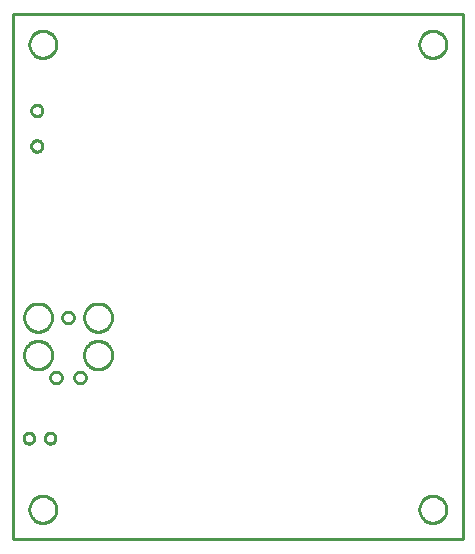
<source format=gbr>
G04 EAGLE Gerber RS-274X export*
G75*
%MOMM*%
%FSLAX34Y34*%
%LPD*%
%IN*%
%IPPOS*%
%AMOC8*
5,1,8,0,0,1.08239X$1,22.5*%
G01*
%ADD10C,0.254000*%


D10*
X0Y0D02*
X381000Y0D01*
X381000Y444500D01*
X0Y444500D01*
X0Y0D01*
X36830Y24951D02*
X36760Y24056D01*
X36619Y23168D01*
X36409Y22295D01*
X36132Y21441D01*
X35788Y20611D01*
X35380Y19811D01*
X34911Y19045D01*
X34383Y18318D01*
X33800Y17635D01*
X33165Y17000D01*
X32482Y16417D01*
X31755Y15889D01*
X30989Y15420D01*
X30189Y15012D01*
X29359Y14668D01*
X28505Y14391D01*
X27632Y14181D01*
X26745Y14040D01*
X25849Y13970D01*
X24951Y13970D01*
X24056Y14040D01*
X23168Y14181D01*
X22295Y14391D01*
X21441Y14668D01*
X20611Y15012D01*
X19811Y15420D01*
X19045Y15889D01*
X18318Y16417D01*
X17635Y17000D01*
X17000Y17635D01*
X16417Y18318D01*
X15889Y19045D01*
X15420Y19811D01*
X15012Y20611D01*
X14668Y21441D01*
X14391Y22295D01*
X14181Y23168D01*
X14040Y24056D01*
X13970Y24951D01*
X13970Y25849D01*
X14040Y26745D01*
X14181Y27632D01*
X14391Y28505D01*
X14668Y29359D01*
X15012Y30189D01*
X15420Y30989D01*
X15889Y31755D01*
X16417Y32482D01*
X17000Y33165D01*
X17635Y33800D01*
X18318Y34383D01*
X19045Y34911D01*
X19811Y35380D01*
X20611Y35788D01*
X21441Y36132D01*
X22295Y36409D01*
X23168Y36619D01*
X24056Y36760D01*
X24951Y36830D01*
X25849Y36830D01*
X26745Y36760D01*
X27632Y36619D01*
X28505Y36409D01*
X29359Y36132D01*
X30189Y35788D01*
X30989Y35380D01*
X31755Y34911D01*
X32482Y34383D01*
X33165Y33800D01*
X33800Y33165D01*
X34383Y32482D01*
X34911Y31755D01*
X35380Y30989D01*
X35788Y30189D01*
X36132Y29359D01*
X36409Y28505D01*
X36619Y27632D01*
X36760Y26745D01*
X36830Y25849D01*
X36830Y24951D01*
X367030Y24951D02*
X366960Y24056D01*
X366819Y23168D01*
X366609Y22295D01*
X366332Y21441D01*
X365988Y20611D01*
X365580Y19811D01*
X365111Y19045D01*
X364583Y18318D01*
X364000Y17635D01*
X363365Y17000D01*
X362682Y16417D01*
X361955Y15889D01*
X361189Y15420D01*
X360389Y15012D01*
X359559Y14668D01*
X358705Y14391D01*
X357832Y14181D01*
X356945Y14040D01*
X356049Y13970D01*
X355151Y13970D01*
X354256Y14040D01*
X353368Y14181D01*
X352495Y14391D01*
X351641Y14668D01*
X350811Y15012D01*
X350011Y15420D01*
X349245Y15889D01*
X348518Y16417D01*
X347835Y17000D01*
X347200Y17635D01*
X346617Y18318D01*
X346089Y19045D01*
X345620Y19811D01*
X345212Y20611D01*
X344868Y21441D01*
X344591Y22295D01*
X344381Y23168D01*
X344240Y24056D01*
X344170Y24951D01*
X344170Y25849D01*
X344240Y26745D01*
X344381Y27632D01*
X344591Y28505D01*
X344868Y29359D01*
X345212Y30189D01*
X345620Y30989D01*
X346089Y31755D01*
X346617Y32482D01*
X347200Y33165D01*
X347835Y33800D01*
X348518Y34383D01*
X349245Y34911D01*
X350011Y35380D01*
X350811Y35788D01*
X351641Y36132D01*
X352495Y36409D01*
X353368Y36619D01*
X354256Y36760D01*
X355151Y36830D01*
X356049Y36830D01*
X356945Y36760D01*
X357832Y36619D01*
X358705Y36409D01*
X359559Y36132D01*
X360389Y35788D01*
X361189Y35380D01*
X361955Y34911D01*
X362682Y34383D01*
X363365Y33800D01*
X364000Y33165D01*
X364583Y32482D01*
X365111Y31755D01*
X365580Y30989D01*
X365988Y30189D01*
X366332Y29359D01*
X366609Y28505D01*
X366819Y27632D01*
X366960Y26745D01*
X367030Y25849D01*
X367030Y24951D01*
X367030Y418651D02*
X366960Y417756D01*
X366819Y416868D01*
X366609Y415995D01*
X366332Y415141D01*
X365988Y414311D01*
X365580Y413511D01*
X365111Y412745D01*
X364583Y412018D01*
X364000Y411335D01*
X363365Y410700D01*
X362682Y410117D01*
X361955Y409589D01*
X361189Y409120D01*
X360389Y408712D01*
X359559Y408368D01*
X358705Y408091D01*
X357832Y407881D01*
X356945Y407740D01*
X356049Y407670D01*
X355151Y407670D01*
X354256Y407740D01*
X353368Y407881D01*
X352495Y408091D01*
X351641Y408368D01*
X350811Y408712D01*
X350011Y409120D01*
X349245Y409589D01*
X348518Y410117D01*
X347835Y410700D01*
X347200Y411335D01*
X346617Y412018D01*
X346089Y412745D01*
X345620Y413511D01*
X345212Y414311D01*
X344868Y415141D01*
X344591Y415995D01*
X344381Y416868D01*
X344240Y417756D01*
X344170Y418651D01*
X344170Y419549D01*
X344240Y420445D01*
X344381Y421332D01*
X344591Y422205D01*
X344868Y423059D01*
X345212Y423889D01*
X345620Y424689D01*
X346089Y425455D01*
X346617Y426182D01*
X347200Y426865D01*
X347835Y427500D01*
X348518Y428083D01*
X349245Y428611D01*
X350011Y429080D01*
X350811Y429488D01*
X351641Y429832D01*
X352495Y430109D01*
X353368Y430319D01*
X354256Y430460D01*
X355151Y430530D01*
X356049Y430530D01*
X356945Y430460D01*
X357832Y430319D01*
X358705Y430109D01*
X359559Y429832D01*
X360389Y429488D01*
X361189Y429080D01*
X361955Y428611D01*
X362682Y428083D01*
X363365Y427500D01*
X364000Y426865D01*
X364583Y426182D01*
X365111Y425455D01*
X365580Y424689D01*
X365988Y423889D01*
X366332Y423059D01*
X366609Y422205D01*
X366819Y421332D01*
X366960Y420445D01*
X367030Y419549D01*
X367030Y418651D01*
X36830Y418651D02*
X36760Y417756D01*
X36619Y416868D01*
X36409Y415995D01*
X36132Y415141D01*
X35788Y414311D01*
X35380Y413511D01*
X34911Y412745D01*
X34383Y412018D01*
X33800Y411335D01*
X33165Y410700D01*
X32482Y410117D01*
X31755Y409589D01*
X30989Y409120D01*
X30189Y408712D01*
X29359Y408368D01*
X28505Y408091D01*
X27632Y407881D01*
X26745Y407740D01*
X25849Y407670D01*
X24951Y407670D01*
X24056Y407740D01*
X23168Y407881D01*
X22295Y408091D01*
X21441Y408368D01*
X20611Y408712D01*
X19811Y409120D01*
X19045Y409589D01*
X18318Y410117D01*
X17635Y410700D01*
X17000Y411335D01*
X16417Y412018D01*
X15889Y412745D01*
X15420Y413511D01*
X15012Y414311D01*
X14668Y415141D01*
X14391Y415995D01*
X14181Y416868D01*
X14040Y417756D01*
X13970Y418651D01*
X13970Y419549D01*
X14040Y420445D01*
X14181Y421332D01*
X14391Y422205D01*
X14668Y423059D01*
X15012Y423889D01*
X15420Y424689D01*
X15889Y425455D01*
X16417Y426182D01*
X17000Y426865D01*
X17635Y427500D01*
X18318Y428083D01*
X19045Y428611D01*
X19811Y429080D01*
X20611Y429488D01*
X21441Y429832D01*
X22295Y430109D01*
X23168Y430319D01*
X24056Y430460D01*
X24951Y430530D01*
X25849Y430530D01*
X26745Y430460D01*
X27632Y430319D01*
X28505Y430109D01*
X29359Y429832D01*
X30189Y429488D01*
X30989Y429080D01*
X31755Y428611D01*
X32482Y428083D01*
X33165Y427500D01*
X33800Y426865D01*
X34383Y426182D01*
X34911Y425455D01*
X35380Y424689D01*
X35788Y423889D01*
X36132Y423059D01*
X36409Y422205D01*
X36619Y421332D01*
X36760Y420445D01*
X36830Y419549D01*
X36830Y418651D01*
X46458Y182753D02*
X45905Y182815D01*
X45363Y182939D01*
X44838Y183123D01*
X44336Y183364D01*
X43865Y183660D01*
X43430Y184007D01*
X43037Y184400D01*
X42690Y184835D01*
X42394Y185306D01*
X42153Y185808D01*
X41969Y186333D01*
X41845Y186875D01*
X41783Y187428D01*
X41783Y187984D01*
X41845Y188537D01*
X41969Y189079D01*
X42153Y189604D01*
X42394Y190106D01*
X42690Y190577D01*
X43037Y191012D01*
X43430Y191405D01*
X43865Y191752D01*
X44336Y192048D01*
X44838Y192289D01*
X45363Y192473D01*
X45905Y192597D01*
X46458Y192659D01*
X47014Y192659D01*
X47567Y192597D01*
X48109Y192473D01*
X48634Y192289D01*
X49136Y192048D01*
X49607Y191752D01*
X50042Y191405D01*
X50435Y191012D01*
X50782Y190577D01*
X51078Y190106D01*
X51319Y189604D01*
X51503Y189079D01*
X51627Y188537D01*
X51689Y187984D01*
X51689Y187428D01*
X51627Y186875D01*
X51503Y186333D01*
X51319Y185808D01*
X51078Y185306D01*
X50782Y184835D01*
X50435Y184400D01*
X50042Y184007D01*
X49607Y183660D01*
X49136Y183364D01*
X48634Y183123D01*
X48109Y182939D01*
X47567Y182815D01*
X47014Y182753D01*
X46458Y182753D01*
X56608Y131953D02*
X56055Y132015D01*
X55513Y132139D01*
X54988Y132323D01*
X54486Y132564D01*
X54015Y132860D01*
X53580Y133207D01*
X53187Y133600D01*
X52840Y134035D01*
X52544Y134506D01*
X52303Y135008D01*
X52119Y135533D01*
X51995Y136075D01*
X51933Y136628D01*
X51933Y137184D01*
X51995Y137737D01*
X52119Y138279D01*
X52303Y138804D01*
X52544Y139306D01*
X52840Y139777D01*
X53187Y140212D01*
X53580Y140605D01*
X54015Y140952D01*
X54486Y141248D01*
X54988Y141489D01*
X55513Y141673D01*
X56055Y141797D01*
X56608Y141859D01*
X57164Y141859D01*
X57717Y141797D01*
X58259Y141673D01*
X58784Y141489D01*
X59286Y141248D01*
X59757Y140952D01*
X60192Y140605D01*
X60585Y140212D01*
X60932Y139777D01*
X61228Y139306D01*
X61469Y138804D01*
X61653Y138279D01*
X61777Y137737D01*
X61839Y137184D01*
X61839Y136628D01*
X61777Y136075D01*
X61653Y135533D01*
X61469Y135008D01*
X61228Y134506D01*
X60932Y134035D01*
X60585Y133600D01*
X60192Y133207D01*
X59757Y132860D01*
X59286Y132564D01*
X58784Y132323D01*
X58259Y132139D01*
X57717Y132015D01*
X57164Y131953D01*
X56608Y131953D01*
X36308Y131953D02*
X35755Y132015D01*
X35213Y132139D01*
X34688Y132323D01*
X34186Y132564D01*
X33715Y132860D01*
X33280Y133207D01*
X32887Y133600D01*
X32540Y134035D01*
X32244Y134506D01*
X32003Y135008D01*
X31819Y135533D01*
X31695Y136075D01*
X31633Y136628D01*
X31633Y137184D01*
X31695Y137737D01*
X31819Y138279D01*
X32003Y138804D01*
X32244Y139306D01*
X32540Y139777D01*
X32887Y140212D01*
X33280Y140605D01*
X33715Y140952D01*
X34186Y141248D01*
X34688Y141489D01*
X35213Y141673D01*
X35755Y141797D01*
X36308Y141859D01*
X36864Y141859D01*
X37417Y141797D01*
X37959Y141673D01*
X38484Y141489D01*
X38986Y141248D01*
X39457Y140952D01*
X39892Y140605D01*
X40285Y140212D01*
X40632Y139777D01*
X40928Y139306D01*
X41169Y138804D01*
X41353Y138279D01*
X41477Y137737D01*
X41539Y137184D01*
X41539Y136628D01*
X41477Y136075D01*
X41353Y135533D01*
X41169Y135008D01*
X40928Y134506D01*
X40632Y134035D01*
X40285Y133600D01*
X39892Y133207D01*
X39457Y132860D01*
X38986Y132564D01*
X38484Y132323D01*
X37959Y132139D01*
X37417Y132015D01*
X36864Y131953D01*
X36308Y131953D01*
X71669Y175832D02*
X70739Y175905D01*
X69818Y176051D01*
X68910Y176269D01*
X68023Y176557D01*
X67161Y176914D01*
X66329Y177338D01*
X65534Y177825D01*
X64779Y178374D01*
X64069Y178980D01*
X63410Y179639D01*
X62804Y180349D01*
X62255Y181104D01*
X61768Y181899D01*
X61344Y182731D01*
X60987Y183593D01*
X60699Y184480D01*
X60481Y185388D01*
X60335Y186309D01*
X60262Y187239D01*
X60262Y188173D01*
X60335Y189103D01*
X60481Y190024D01*
X60699Y190932D01*
X60987Y191819D01*
X61344Y192681D01*
X61768Y193513D01*
X62255Y194308D01*
X62804Y195063D01*
X63410Y195773D01*
X64069Y196432D01*
X64779Y197038D01*
X65534Y197587D01*
X66329Y198074D01*
X67161Y198498D01*
X68023Y198855D01*
X68910Y199144D01*
X69818Y199361D01*
X70739Y199507D01*
X71669Y199581D01*
X72603Y199581D01*
X73533Y199507D01*
X74454Y199361D01*
X75362Y199144D01*
X76249Y198855D01*
X77111Y198498D01*
X77943Y198074D01*
X78738Y197587D01*
X79493Y197038D01*
X80203Y196432D01*
X80862Y195773D01*
X81468Y195063D01*
X82017Y194308D01*
X82504Y193513D01*
X82928Y192681D01*
X83285Y191819D01*
X83574Y190932D01*
X83791Y190024D01*
X83937Y189103D01*
X84011Y188173D01*
X84011Y187239D01*
X83937Y186309D01*
X83791Y185388D01*
X83574Y184480D01*
X83285Y183593D01*
X82928Y182731D01*
X82504Y181899D01*
X82017Y181104D01*
X81468Y180349D01*
X80862Y179639D01*
X80203Y178980D01*
X79493Y178374D01*
X78738Y177825D01*
X77943Y177338D01*
X77111Y176914D01*
X76249Y176557D01*
X75362Y176269D01*
X74454Y176051D01*
X73533Y175905D01*
X72603Y175832D01*
X71669Y175832D01*
X71669Y144082D02*
X70739Y144155D01*
X69818Y144301D01*
X68910Y144519D01*
X68023Y144807D01*
X67161Y145164D01*
X66329Y145588D01*
X65534Y146075D01*
X64779Y146624D01*
X64069Y147230D01*
X63410Y147889D01*
X62804Y148599D01*
X62255Y149354D01*
X61768Y150149D01*
X61344Y150981D01*
X60987Y151843D01*
X60699Y152730D01*
X60481Y153638D01*
X60335Y154559D01*
X60262Y155489D01*
X60262Y156423D01*
X60335Y157353D01*
X60481Y158274D01*
X60699Y159182D01*
X60987Y160069D01*
X61344Y160931D01*
X61768Y161763D01*
X62255Y162558D01*
X62804Y163313D01*
X63410Y164023D01*
X64069Y164682D01*
X64779Y165288D01*
X65534Y165837D01*
X66329Y166324D01*
X67161Y166748D01*
X68023Y167105D01*
X68910Y167394D01*
X69818Y167611D01*
X70739Y167757D01*
X71669Y167831D01*
X72603Y167831D01*
X73533Y167757D01*
X74454Y167611D01*
X75362Y167394D01*
X76249Y167105D01*
X77111Y166748D01*
X77943Y166324D01*
X78738Y165837D01*
X79493Y165288D01*
X80203Y164682D01*
X80862Y164023D01*
X81468Y163313D01*
X82017Y162558D01*
X82504Y161763D01*
X82928Y160931D01*
X83285Y160069D01*
X83574Y159182D01*
X83791Y158274D01*
X83937Y157353D01*
X84011Y156423D01*
X84011Y155489D01*
X83937Y154559D01*
X83791Y153638D01*
X83574Y152730D01*
X83285Y151843D01*
X82928Y150981D01*
X82504Y150149D01*
X82017Y149354D01*
X81468Y148599D01*
X80862Y147889D01*
X80203Y147230D01*
X79493Y146624D01*
X78738Y146075D01*
X77943Y145588D01*
X77111Y145164D01*
X76249Y144807D01*
X75362Y144519D01*
X74454Y144301D01*
X73533Y144155D01*
X72603Y144082D01*
X71669Y144082D01*
X20869Y144082D02*
X19939Y144155D01*
X19018Y144301D01*
X18110Y144519D01*
X17223Y144807D01*
X16361Y145164D01*
X15529Y145588D01*
X14734Y146075D01*
X13979Y146624D01*
X13269Y147230D01*
X12610Y147889D01*
X12004Y148599D01*
X11455Y149354D01*
X10968Y150149D01*
X10544Y150981D01*
X10187Y151843D01*
X9899Y152730D01*
X9681Y153638D01*
X9535Y154559D01*
X9462Y155489D01*
X9462Y156423D01*
X9535Y157353D01*
X9681Y158274D01*
X9899Y159182D01*
X10187Y160069D01*
X10544Y160931D01*
X10968Y161763D01*
X11455Y162558D01*
X12004Y163313D01*
X12610Y164023D01*
X13269Y164682D01*
X13979Y165288D01*
X14734Y165837D01*
X15529Y166324D01*
X16361Y166748D01*
X17223Y167105D01*
X18110Y167394D01*
X19018Y167611D01*
X19939Y167757D01*
X20869Y167831D01*
X21803Y167831D01*
X22733Y167757D01*
X23654Y167611D01*
X24562Y167394D01*
X25449Y167105D01*
X26311Y166748D01*
X27143Y166324D01*
X27938Y165837D01*
X28693Y165288D01*
X29403Y164682D01*
X30062Y164023D01*
X30668Y163313D01*
X31217Y162558D01*
X31704Y161763D01*
X32128Y160931D01*
X32485Y160069D01*
X32774Y159182D01*
X32991Y158274D01*
X33137Y157353D01*
X33211Y156423D01*
X33211Y155489D01*
X33137Y154559D01*
X32991Y153638D01*
X32774Y152730D01*
X32485Y151843D01*
X32128Y150981D01*
X31704Y150149D01*
X31217Y149354D01*
X30668Y148599D01*
X30062Y147889D01*
X29403Y147230D01*
X28693Y146624D01*
X27938Y146075D01*
X27143Y145588D01*
X26311Y145164D01*
X25449Y144807D01*
X24562Y144519D01*
X23654Y144301D01*
X22733Y144155D01*
X21803Y144082D01*
X20869Y144082D01*
X20869Y175832D02*
X19939Y175905D01*
X19018Y176051D01*
X18110Y176269D01*
X17223Y176557D01*
X16361Y176914D01*
X15529Y177338D01*
X14734Y177825D01*
X13979Y178374D01*
X13269Y178980D01*
X12610Y179639D01*
X12004Y180349D01*
X11455Y181104D01*
X10968Y181899D01*
X10544Y182731D01*
X10187Y183593D01*
X9899Y184480D01*
X9681Y185388D01*
X9535Y186309D01*
X9462Y187239D01*
X9462Y188173D01*
X9535Y189103D01*
X9681Y190024D01*
X9899Y190932D01*
X10187Y191819D01*
X10544Y192681D01*
X10968Y193513D01*
X11455Y194308D01*
X12004Y195063D01*
X12610Y195773D01*
X13269Y196432D01*
X13979Y197038D01*
X14734Y197587D01*
X15529Y198074D01*
X16361Y198498D01*
X17223Y198855D01*
X18110Y199144D01*
X19018Y199361D01*
X19939Y199507D01*
X20869Y199581D01*
X21803Y199581D01*
X22733Y199507D01*
X23654Y199361D01*
X24562Y199144D01*
X25449Y198855D01*
X26311Y198498D01*
X27143Y198074D01*
X27938Y197587D01*
X28693Y197038D01*
X29403Y196432D01*
X30062Y195773D01*
X30668Y195063D01*
X31217Y194308D01*
X31704Y193513D01*
X32128Y192681D01*
X32485Y191819D01*
X32774Y190932D01*
X32991Y190024D01*
X33137Y189103D01*
X33211Y188173D01*
X33211Y187239D01*
X33137Y186309D01*
X32991Y185388D01*
X32774Y184480D01*
X32485Y183593D01*
X32128Y182731D01*
X31704Y181899D01*
X31217Y181104D01*
X30668Y180349D01*
X30062Y179639D01*
X29403Y178980D01*
X28693Y178374D01*
X27938Y177825D01*
X27143Y177338D01*
X26311Y176914D01*
X25449Y176557D01*
X24562Y176269D01*
X23654Y176051D01*
X22733Y175905D01*
X21803Y175832D01*
X20869Y175832D01*
X13311Y81098D02*
X12726Y81175D01*
X12156Y81328D01*
X11611Y81553D01*
X11101Y81848D01*
X10633Y82207D01*
X10215Y82625D01*
X9856Y83093D01*
X9561Y83603D01*
X9336Y84148D01*
X9183Y84718D01*
X9106Y85303D01*
X9106Y85893D01*
X9183Y86478D01*
X9336Y87048D01*
X9561Y87593D01*
X9856Y88103D01*
X10215Y88571D01*
X10633Y88989D01*
X11101Y89348D01*
X11611Y89643D01*
X12156Y89868D01*
X12726Y90021D01*
X13311Y90098D01*
X13901Y90098D01*
X14486Y90021D01*
X15056Y89868D01*
X15601Y89643D01*
X16111Y89348D01*
X16579Y88989D01*
X16997Y88571D01*
X17356Y88103D01*
X17651Y87593D01*
X17876Y87048D01*
X18029Y86478D01*
X18106Y85893D01*
X18106Y85303D01*
X18029Y84718D01*
X17876Y84148D01*
X17651Y83603D01*
X17356Y83093D01*
X16997Y82625D01*
X16579Y82207D01*
X16111Y81848D01*
X15601Y81553D01*
X15056Y81328D01*
X14486Y81175D01*
X13901Y81098D01*
X13311Y81098D01*
X31311Y81098D02*
X30726Y81175D01*
X30156Y81328D01*
X29611Y81553D01*
X29101Y81848D01*
X28633Y82207D01*
X28215Y82625D01*
X27856Y83093D01*
X27561Y83603D01*
X27336Y84148D01*
X27183Y84718D01*
X27106Y85303D01*
X27106Y85893D01*
X27183Y86478D01*
X27336Y87048D01*
X27561Y87593D01*
X27856Y88103D01*
X28215Y88571D01*
X28633Y88989D01*
X29101Y89348D01*
X29611Y89643D01*
X30156Y89868D01*
X30726Y90021D01*
X31311Y90098D01*
X31901Y90098D01*
X32486Y90021D01*
X33056Y89868D01*
X33601Y89643D01*
X34111Y89348D01*
X34579Y88989D01*
X34997Y88571D01*
X35356Y88103D01*
X35651Y87593D01*
X35876Y87048D01*
X36029Y86478D01*
X36106Y85893D01*
X36106Y85303D01*
X36029Y84718D01*
X35876Y84148D01*
X35651Y83603D01*
X35356Y83093D01*
X34997Y82625D01*
X34579Y82207D01*
X34111Y81848D01*
X33601Y81553D01*
X33056Y81328D01*
X32486Y81175D01*
X31901Y81098D01*
X31311Y81098D01*
X20587Y337730D02*
X21117Y337670D01*
X21637Y337552D01*
X22141Y337375D01*
X22621Y337144D01*
X23073Y336860D01*
X23490Y336527D01*
X23867Y336150D01*
X24200Y335733D01*
X24484Y335281D01*
X24715Y334801D01*
X24892Y334297D01*
X25010Y333777D01*
X25070Y333247D01*
X25070Y332713D01*
X25010Y332183D01*
X24892Y331663D01*
X24715Y331159D01*
X24484Y330679D01*
X24200Y330227D01*
X23867Y329810D01*
X23490Y329433D01*
X23073Y329100D01*
X22621Y328816D01*
X22141Y328585D01*
X21637Y328408D01*
X21117Y328290D01*
X20587Y328230D01*
X20053Y328230D01*
X19523Y328290D01*
X19003Y328408D01*
X18499Y328585D01*
X18019Y328816D01*
X17567Y329100D01*
X17150Y329433D01*
X16773Y329810D01*
X16440Y330227D01*
X16156Y330679D01*
X15925Y331159D01*
X15748Y331663D01*
X15630Y332183D01*
X15570Y332713D01*
X15570Y333247D01*
X15630Y333777D01*
X15748Y334297D01*
X15925Y334801D01*
X16156Y335281D01*
X16440Y335733D01*
X16773Y336150D01*
X17150Y336527D01*
X17567Y336860D01*
X18019Y337144D01*
X18499Y337375D01*
X19003Y337552D01*
X19523Y337670D01*
X20053Y337730D01*
X20587Y337730D01*
X20587Y367730D02*
X21117Y367670D01*
X21637Y367552D01*
X22141Y367375D01*
X22621Y367144D01*
X23073Y366860D01*
X23490Y366527D01*
X23867Y366150D01*
X24200Y365733D01*
X24484Y365281D01*
X24715Y364801D01*
X24892Y364297D01*
X25010Y363777D01*
X25070Y363247D01*
X25070Y362713D01*
X25010Y362183D01*
X24892Y361663D01*
X24715Y361159D01*
X24484Y360679D01*
X24200Y360227D01*
X23867Y359810D01*
X23490Y359433D01*
X23073Y359100D01*
X22621Y358816D01*
X22141Y358585D01*
X21637Y358408D01*
X21117Y358290D01*
X20587Y358230D01*
X20053Y358230D01*
X19523Y358290D01*
X19003Y358408D01*
X18499Y358585D01*
X18019Y358816D01*
X17567Y359100D01*
X17150Y359433D01*
X16773Y359810D01*
X16440Y360227D01*
X16156Y360679D01*
X15925Y361159D01*
X15748Y361663D01*
X15630Y362183D01*
X15570Y362713D01*
X15570Y363247D01*
X15630Y363777D01*
X15748Y364297D01*
X15925Y364801D01*
X16156Y365281D01*
X16440Y365733D01*
X16773Y366150D01*
X17150Y366527D01*
X17567Y366860D01*
X18019Y367144D01*
X18499Y367375D01*
X19003Y367552D01*
X19523Y367670D01*
X20053Y367730D01*
X20587Y367730D01*
M02*

</source>
